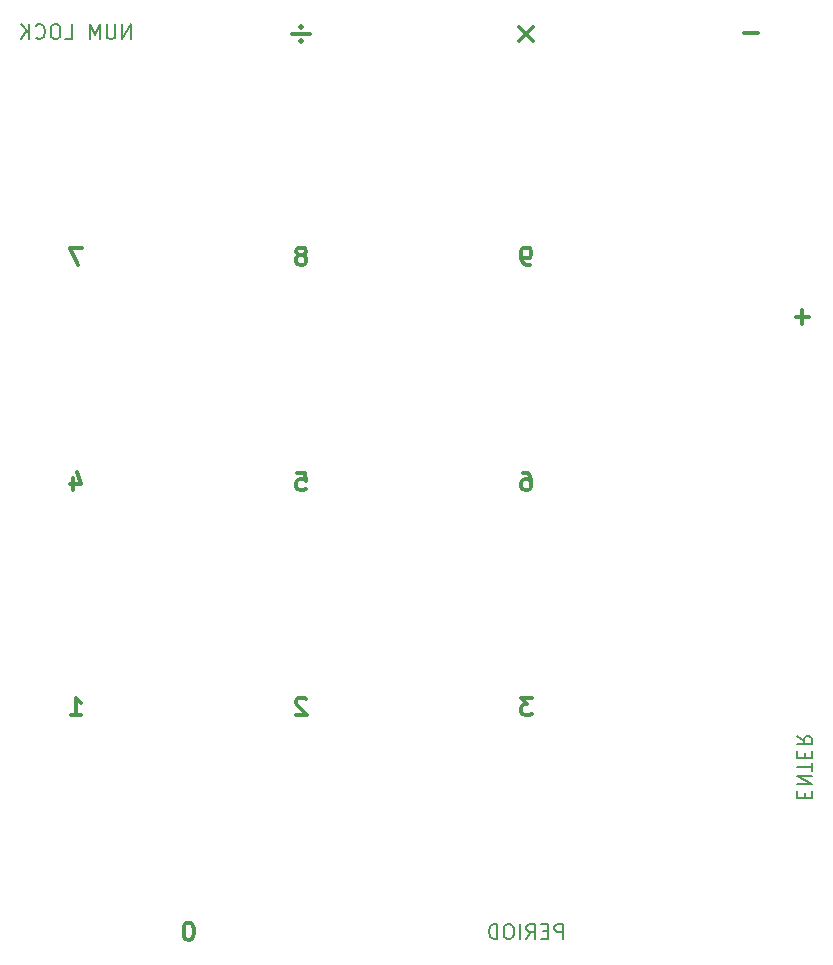
<source format=gbo>
G04 #@! TF.GenerationSoftware,KiCad,Pcbnew,(6.0.2)*
G04 #@! TF.CreationDate,2022-03-11T17:30:27-05:00*
G04 #@! TF.ProjectId,RYCpad_pcb,52594370-6164-45f7-9063-622e6b696361,rev?*
G04 #@! TF.SameCoordinates,Original*
G04 #@! TF.FileFunction,Legend,Bot*
G04 #@! TF.FilePolarity,Positive*
%FSLAX46Y46*%
G04 Gerber Fmt 4.6, Leading zero omitted, Abs format (unit mm)*
G04 Created by KiCad (PCBNEW (6.0.2)) date 2022-03-11 17:30:27*
%MOMM*%
%LPD*%
G01*
G04 APERTURE LIST*
%ADD10C,0.300000*%
%ADD11C,0.200000*%
%ADD12C,3.048000*%
%ADD13C,3.987800*%
%ADD14R,1.600000X1.600000*%
%ADD15O,1.600000X1.600000*%
%ADD16C,1.600000*%
%ADD17C,1.701800*%
%ADD18C,2.286000*%
%ADD19C,1.400000*%
%ADD20O,1.400000X1.400000*%
%ADD21C,4.400000*%
%ADD22C,2.000000*%
%ADD23R,1.700000X1.700000*%
%ADD24O,1.700000X1.700000*%
%ADD25O,0.650000X1.000000*%
%ADD26O,0.900000X1.700000*%
%ADD27O,0.900000X2.400000*%
%ADD28C,1.500000*%
%ADD29R,1.200000X1.200000*%
%ADD30C,1.200000*%
%ADD31R,1.800000X1.800000*%
%ADD32C,1.800000*%
G04 APERTURE END LIST*
D10*
X-29003571Y-33698571D02*
X-28146428Y-33698571D01*
X-28575000Y-33698571D02*
X-28575000Y-32198571D01*
X-28432142Y-32412857D01*
X-28289285Y-32555714D01*
X-28146428Y-32627142D01*
X-18978571Y-51248571D02*
X-19121428Y-51248571D01*
X-19264285Y-51320000D01*
X-19335714Y-51391428D01*
X-19407142Y-51534285D01*
X-19478571Y-51820000D01*
X-19478571Y-52177142D01*
X-19407142Y-52462857D01*
X-19335714Y-52605714D01*
X-19264285Y-52677142D01*
X-19121428Y-52748571D01*
X-18978571Y-52748571D01*
X-18835714Y-52677142D01*
X-18764285Y-52605714D01*
X-18692857Y-52462857D01*
X-18621428Y-52177142D01*
X-18621428Y-51820000D01*
X-18692857Y-51534285D01*
X-18764285Y-51391428D01*
X-18835714Y-51320000D01*
X-18978571Y-51248571D01*
X-9096428Y-32341428D02*
X-9167857Y-32270000D01*
X-9310714Y-32198571D01*
X-9667857Y-32198571D01*
X-9810714Y-32270000D01*
X-9882142Y-32341428D01*
X-9953571Y-32484285D01*
X-9953571Y-32627142D01*
X-9882142Y-32841428D01*
X-9025000Y-33698571D01*
X-9953571Y-33698571D01*
X10025000Y-32198571D02*
X9096428Y-32198571D01*
X9596428Y-32770000D01*
X9382142Y-32770000D01*
X9239285Y-32841428D01*
X9167857Y-32912857D01*
X9096428Y-33055714D01*
X9096428Y-33412857D01*
X9167857Y-33555714D01*
X9239285Y-33627142D01*
X9382142Y-33698571D01*
X9810714Y-33698571D01*
X9953571Y-33627142D01*
X10025000Y-33555714D01*
X9239285Y-13148571D02*
X9525000Y-13148571D01*
X9667857Y-13220000D01*
X9739285Y-13291428D01*
X9882142Y-13505714D01*
X9953571Y-13791428D01*
X9953571Y-14362857D01*
X9882142Y-14505714D01*
X9810714Y-14577142D01*
X9667857Y-14648571D01*
X9382142Y-14648571D01*
X9239285Y-14577142D01*
X9167857Y-14505714D01*
X9096428Y-14362857D01*
X9096428Y-14005714D01*
X9167857Y-13862857D01*
X9239285Y-13791428D01*
X9382142Y-13720000D01*
X9667857Y-13720000D01*
X9810714Y-13791428D01*
X9882142Y-13862857D01*
X9953571Y-14005714D01*
X-9882142Y-13148571D02*
X-9167857Y-13148571D01*
X-9096428Y-13862857D01*
X-9167857Y-13791428D01*
X-9310714Y-13720000D01*
X-9667857Y-13720000D01*
X-9810714Y-13791428D01*
X-9882142Y-13862857D01*
X-9953571Y-14005714D01*
X-9953571Y-14362857D01*
X-9882142Y-14505714D01*
X-9810714Y-14577142D01*
X-9667857Y-14648571D01*
X-9310714Y-14648571D01*
X-9167857Y-14577142D01*
X-9096428Y-14505714D01*
X-28860714Y-13648571D02*
X-28860714Y-14648571D01*
X-28503571Y-13077142D02*
X-28146428Y-14148571D01*
X-29075000Y-14148571D01*
X-28075000Y5901428D02*
X-29075000Y5901428D01*
X-28432142Y4401428D01*
X-9382142Y5258571D02*
X-9239285Y5330000D01*
X-9167857Y5401428D01*
X-9096428Y5544285D01*
X-9096428Y5615714D01*
X-9167857Y5758571D01*
X-9239285Y5830000D01*
X-9382142Y5901428D01*
X-9667857Y5901428D01*
X-9810714Y5830000D01*
X-9882142Y5758571D01*
X-9953571Y5615714D01*
X-9953571Y5544285D01*
X-9882142Y5401428D01*
X-9810714Y5330000D01*
X-9667857Y5258571D01*
X-9382142Y5258571D01*
X-9239285Y5187142D01*
X-9167857Y5115714D01*
X-9096428Y4972857D01*
X-9096428Y4687142D01*
X-9167857Y4544285D01*
X-9239285Y4472857D01*
X-9382142Y4401428D01*
X-9667857Y4401428D01*
X-9810714Y4472857D01*
X-9882142Y4544285D01*
X-9953571Y4687142D01*
X-9953571Y4972857D01*
X-9882142Y5115714D01*
X-9810714Y5187142D01*
X-9667857Y5258571D01*
X9810714Y4401428D02*
X9525000Y4401428D01*
X9382142Y4472857D01*
X9310714Y4544285D01*
X9167857Y4758571D01*
X9096428Y5044285D01*
X9096428Y5615714D01*
X9167857Y5758571D01*
X9239285Y5830000D01*
X9382142Y5901428D01*
X9667857Y5901428D01*
X9810714Y5830000D01*
X9882142Y5758571D01*
X9953571Y5615714D01*
X9953571Y5258571D01*
X9882142Y5115714D01*
X9810714Y5044285D01*
X9667857Y4972857D01*
X9382142Y4972857D01*
X9239285Y5044285D01*
X9167857Y5115714D01*
X9096428Y5258571D01*
X10096428Y24558571D02*
X8953571Y23415714D01*
X8953571Y24558571D02*
X10096428Y23415714D01*
X-10286904Y23987142D02*
X-8763095Y23987142D01*
X-9525000Y23510952D02*
X-9620238Y23415714D01*
X-9525000Y23320476D01*
X-9429761Y23415714D01*
X-9525000Y23510952D01*
X-9525000Y23320476D01*
X-9525000Y24653809D02*
X-9620238Y24558571D01*
X-9525000Y24463333D01*
X-9429761Y24558571D01*
X-9525000Y24653809D01*
X-9525000Y24463333D01*
D11*
X-23961904Y23564523D02*
X-23961904Y24814523D01*
X-24676190Y23564523D01*
X-24676190Y24814523D01*
X-25271428Y24814523D02*
X-25271428Y23802619D01*
X-25330952Y23683571D01*
X-25390476Y23624047D01*
X-25509523Y23564523D01*
X-25747619Y23564523D01*
X-25866666Y23624047D01*
X-25926190Y23683571D01*
X-25985714Y23802619D01*
X-25985714Y24814523D01*
X-26580952Y23564523D02*
X-26580952Y24814523D01*
X-26997619Y23921666D01*
X-27414285Y24814523D01*
X-27414285Y23564523D01*
X-29557142Y23564523D02*
X-28961904Y23564523D01*
X-28961904Y24814523D01*
X-30211904Y24814523D02*
X-30450000Y24814523D01*
X-30569047Y24755000D01*
X-30688095Y24635952D01*
X-30747619Y24397857D01*
X-30747619Y23981190D01*
X-30688095Y23743095D01*
X-30569047Y23624047D01*
X-30450000Y23564523D01*
X-30211904Y23564523D01*
X-30092857Y23624047D01*
X-29973809Y23743095D01*
X-29914285Y23981190D01*
X-29914285Y24397857D01*
X-29973809Y24635952D01*
X-30092857Y24755000D01*
X-30211904Y24814523D01*
X-31997619Y23683571D02*
X-31938095Y23624047D01*
X-31759523Y23564523D01*
X-31640476Y23564523D01*
X-31461904Y23624047D01*
X-31342857Y23743095D01*
X-31283333Y23862142D01*
X-31223809Y24100238D01*
X-31223809Y24278809D01*
X-31283333Y24516904D01*
X-31342857Y24635952D01*
X-31461904Y24755000D01*
X-31640476Y24814523D01*
X-31759523Y24814523D01*
X-31938095Y24755000D01*
X-31997619Y24695476D01*
X-32533333Y23564523D02*
X-32533333Y24814523D01*
X-33247619Y23564523D02*
X-32711904Y24278809D01*
X-33247619Y24814523D02*
X-32533333Y24100238D01*
D10*
X29146428Y24022857D02*
X28003571Y24022857D01*
D11*
X33109285Y-40689285D02*
X33109285Y-40272619D01*
X32454523Y-40094047D02*
X32454523Y-40689285D01*
X33704523Y-40689285D01*
X33704523Y-40094047D01*
X32454523Y-39558333D02*
X33704523Y-39558333D01*
X32454523Y-38844047D01*
X33704523Y-38844047D01*
X33704523Y-38427380D02*
X33704523Y-37713095D01*
X32454523Y-38070238D02*
X33704523Y-38070238D01*
X33109285Y-37296428D02*
X33109285Y-36879761D01*
X32454523Y-36701190D02*
X32454523Y-37296428D01*
X33704523Y-37296428D01*
X33704523Y-36701190D01*
X32454523Y-35451190D02*
X33049761Y-35867857D01*
X32454523Y-36165476D02*
X33704523Y-36165476D01*
X33704523Y-35689285D01*
X33645000Y-35570238D01*
X33585476Y-35510714D01*
X33466428Y-35451190D01*
X33287857Y-35451190D01*
X33168809Y-35510714D01*
X33109285Y-35570238D01*
X33049761Y-35689285D01*
X33049761Y-36165476D01*
X12620238Y-52635476D02*
X12620238Y-51385476D01*
X12144047Y-51385476D01*
X12025000Y-51445000D01*
X11965476Y-51504523D01*
X11905952Y-51623571D01*
X11905952Y-51802142D01*
X11965476Y-51921190D01*
X12025000Y-51980714D01*
X12144047Y-52040238D01*
X12620238Y-52040238D01*
X11370238Y-51980714D02*
X10953571Y-51980714D01*
X10775000Y-52635476D02*
X11370238Y-52635476D01*
X11370238Y-51385476D01*
X10775000Y-51385476D01*
X9525000Y-52635476D02*
X9941666Y-52040238D01*
X10239285Y-52635476D02*
X10239285Y-51385476D01*
X9763095Y-51385476D01*
X9644047Y-51445000D01*
X9584523Y-51504523D01*
X9525000Y-51623571D01*
X9525000Y-51802142D01*
X9584523Y-51921190D01*
X9644047Y-51980714D01*
X9763095Y-52040238D01*
X10239285Y-52040238D01*
X8989285Y-52635476D02*
X8989285Y-51385476D01*
X8155952Y-51385476D02*
X7917857Y-51385476D01*
X7798809Y-51445000D01*
X7679761Y-51564047D01*
X7620238Y-51802142D01*
X7620238Y-52218809D01*
X7679761Y-52456904D01*
X7798809Y-52575952D01*
X7917857Y-52635476D01*
X8155952Y-52635476D01*
X8275000Y-52575952D01*
X8394047Y-52456904D01*
X8453571Y-52218809D01*
X8453571Y-51802142D01*
X8394047Y-51564047D01*
X8275000Y-51445000D01*
X8155952Y-51385476D01*
X7084523Y-52635476D02*
X7084523Y-51385476D01*
X6786904Y-51385476D01*
X6608333Y-51445000D01*
X6489285Y-51564047D01*
X6429761Y-51683095D01*
X6370238Y-51921190D01*
X6370238Y-52099761D01*
X6429761Y-52337857D01*
X6489285Y-52456904D01*
X6608333Y-52575952D01*
X6786904Y-52635476D01*
X7084523Y-52635476D01*
D10*
X32912857Y-571428D02*
X32912857Y571428D01*
X32341428Y0D02*
X33484285Y0D01*
%LPC*%
D12*
X35560000Y11900000D03*
D13*
X20320000Y11900000D03*
D12*
X35560000Y-11900000D03*
D13*
X20320000Y-11900000D03*
D12*
X35560000Y-50000000D03*
D13*
X20320000Y-50000000D03*
D12*
X35560000Y-26200000D03*
D13*
X20320000Y-26200000D03*
X-30950000Y-39370000D03*
D12*
X-7150000Y-54610000D03*
D13*
X-7150000Y-39370000D03*
D12*
X-30950000Y-54610000D03*
D14*
X16510000Y46355000D03*
D15*
X13970000Y46355000D03*
X11430000Y46355000D03*
X8890000Y46355000D03*
X6350000Y46355000D03*
X3810000Y46355000D03*
X1270000Y46355000D03*
X-1270000Y46355000D03*
X-3810000Y46355000D03*
X-6350000Y46355000D03*
X-8890000Y46355000D03*
X-11430000Y46355000D03*
X-13970000Y46355000D03*
X-16510000Y46355000D03*
X-16510000Y38735000D03*
X-13970000Y38735000D03*
X-11430000Y38735000D03*
X-8890000Y38735000D03*
X-6350000Y38735000D03*
X-3810000Y38735000D03*
X-1270000Y38735000D03*
X1270000Y38735000D03*
X3810000Y38735000D03*
X6350000Y38735000D03*
X8890000Y38735000D03*
X11430000Y38735000D03*
X13970000Y38735000D03*
X16510000Y38735000D03*
D16*
X-22860000Y51435000D03*
D15*
X-22860000Y46355000D03*
D16*
X-25400000Y54991000D03*
D15*
X-20320000Y54991000D03*
D16*
X-25400000Y57531000D03*
D15*
X-20320000Y57531000D03*
D16*
X35560000Y43815000D03*
D15*
X35560000Y38735000D03*
D16*
X-35560000Y43815000D03*
D15*
X-35560000Y38735000D03*
D16*
X-20320000Y43815000D03*
D15*
X-20320000Y38735000D03*
D16*
X-22860000Y43815000D03*
D15*
X-22860000Y38735000D03*
D16*
X22860000Y43815000D03*
D15*
X22860000Y38735000D03*
D16*
X-30480000Y43815000D03*
D15*
X-30480000Y38735000D03*
D16*
X-25400000Y43815000D03*
D15*
X-25400000Y38735000D03*
D16*
X25400000Y43815000D03*
D15*
X25400000Y38735000D03*
D16*
X30480000Y43815000D03*
D15*
X30480000Y38735000D03*
D16*
X-27940000Y43815000D03*
D15*
X-27940000Y38735000D03*
D16*
X27940000Y43815000D03*
D15*
X27940000Y38735000D03*
D13*
X-28575000Y28575000D03*
D17*
X-23495000Y28575000D03*
X-33655000Y28575000D03*
D18*
X-26035000Y33655000D03*
X-32385000Y31115000D03*
D17*
X-14605000Y28575000D03*
X-4445000Y28575000D03*
D13*
X-9525000Y28575000D03*
D18*
X-6985000Y33655000D03*
X-13335000Y31115000D03*
D17*
X14605000Y28575000D03*
X4445000Y28575000D03*
D13*
X9525000Y28575000D03*
D18*
X12065000Y33655000D03*
X5715000Y31115000D03*
D13*
X28575000Y28575000D03*
D17*
X23495000Y28575000D03*
X33655000Y28575000D03*
D18*
X31115000Y33655000D03*
X24765000Y31115000D03*
D17*
X-33655000Y9525000D03*
D13*
X-28575000Y9525000D03*
D17*
X-23495000Y9525000D03*
D18*
X-26035000Y14605000D03*
X-32385000Y12065000D03*
D17*
X-4445000Y9525000D03*
D13*
X-9525000Y9525000D03*
D17*
X-14605000Y9525000D03*
D18*
X-6985000Y14605000D03*
X-13335000Y12065000D03*
D17*
X14605000Y9525000D03*
X4445000Y9525000D03*
D13*
X9525000Y9525000D03*
D18*
X12065000Y14605000D03*
X5715000Y12065000D03*
D13*
X28575000Y0D03*
D17*
X28575000Y5080000D03*
X28575000Y-5080000D03*
D18*
X23495000Y2540000D03*
X26035000Y-3810000D03*
D13*
X-28575000Y-9525000D03*
D17*
X-33655000Y-9525000D03*
X-23495000Y-9525000D03*
D18*
X-26035000Y-4445000D03*
X-32385000Y-6985000D03*
D17*
X-14605000Y-9525000D03*
X-4445000Y-9525000D03*
D13*
X-9525000Y-9525000D03*
D18*
X-6985000Y-4445000D03*
X-13335000Y-6985000D03*
D13*
X9525000Y-9525000D03*
D17*
X14605000Y-9525000D03*
X4445000Y-9525000D03*
D18*
X12065000Y-4445000D03*
X5715000Y-6985000D03*
D17*
X-23495000Y-28575000D03*
X-33655000Y-28575000D03*
D13*
X-28575000Y-28575000D03*
D18*
X-26035000Y-23495000D03*
X-32385000Y-26035000D03*
D17*
X-4445000Y-28575000D03*
X-14605000Y-28575000D03*
D13*
X-9525000Y-28575000D03*
D18*
X-6985000Y-23495000D03*
X-13335000Y-26035000D03*
D17*
X4445000Y-28575000D03*
D13*
X9525000Y-28575000D03*
D17*
X14605000Y-28575000D03*
D18*
X12065000Y-23495000D03*
X5715000Y-26035000D03*
D13*
X28575000Y-38100000D03*
D17*
X28575000Y-33020000D03*
X28575000Y-43180000D03*
D18*
X23495000Y-35560000D03*
X26035000Y-41910000D03*
D17*
X-13970000Y-47625000D03*
D13*
X-19050000Y-47625000D03*
D17*
X-24130000Y-47625000D03*
D18*
X-16510000Y-42545000D03*
X-22860000Y-45085000D03*
D17*
X14605000Y-47625000D03*
D13*
X9525000Y-47625000D03*
D17*
X4445000Y-47625000D03*
D18*
X12065000Y-42545000D03*
X5715000Y-45085000D03*
D19*
X22860000Y51435000D03*
D20*
X22860000Y46355000D03*
D19*
X12065000Y56261000D03*
D20*
X6985000Y56261000D03*
D19*
X12065000Y58420000D03*
D20*
X6985000Y58420000D03*
D19*
X20320000Y46355000D03*
D20*
X20320000Y51435000D03*
D19*
X11430000Y53848000D03*
D20*
X11430000Y48768000D03*
D21*
X35814000Y48895000D03*
X-35814000Y48895000D03*
D16*
X13970000Y53848000D03*
D15*
X13970000Y48768000D03*
D22*
X-25504000Y51363000D03*
X-32004000Y51363000D03*
X-25504000Y46863000D03*
X-32004000Y46863000D03*
D16*
X20320000Y43815000D03*
D15*
X20320000Y38735000D03*
D16*
X-20320000Y46355000D03*
X-20320000Y51355000D03*
D23*
X20447000Y55118000D03*
D24*
X20447000Y57658000D03*
X22987000Y55118000D03*
X22987000Y57658000D03*
X25527000Y55118000D03*
X25527000Y57658000D03*
D25*
X2975000Y53900000D03*
X2125000Y53900000D03*
X1275000Y53900000D03*
X425000Y53900000D03*
X-425000Y53900000D03*
X-1275000Y53900000D03*
X-2125000Y53900000D03*
X-2975000Y53900000D03*
X-2975000Y55450000D03*
X-2125000Y55450000D03*
X-1275000Y55450000D03*
X-425000Y55450000D03*
X425000Y55450000D03*
X1275000Y55450000D03*
X2125000Y55450000D03*
X2975000Y55450000D03*
D26*
X-4325000Y58360000D03*
D27*
X4325000Y54980000D03*
D26*
X4325000Y58360000D03*
D27*
X-4325000Y54980000D03*
D16*
X16510000Y53848000D03*
D15*
X16510000Y48768000D03*
D16*
X33020000Y43815000D03*
D15*
X33020000Y38735000D03*
D19*
X8890000Y48768000D03*
D20*
X8890000Y53848000D03*
D16*
X-33020000Y43815000D03*
D15*
X-33020000Y38735000D03*
D21*
X-32385000Y-19050000D03*
X0Y-47625000D03*
X32385000Y-19050000D03*
D22*
X25504000Y51363000D03*
X32004000Y51363000D03*
X25504000Y46863000D03*
X32004000Y46863000D03*
D19*
X-17272000Y49022000D03*
D20*
X-17272000Y54102000D03*
D28*
X-12446000Y50292000D03*
X-7566000Y50292000D03*
D16*
X-12446000Y54152800D03*
X-14946000Y54152800D03*
D29*
X4572000Y50165000D03*
D30*
X6072000Y50165000D03*
D16*
X2032000Y51435000D03*
X-2968000Y51435000D03*
X2032000Y48768000D03*
X-2968000Y48768000D03*
X-7569200Y54152800D03*
X-10069200Y54152800D03*
D31*
X-8001000Y57531000D03*
D32*
X-10541000Y57531000D03*
M02*

</source>
